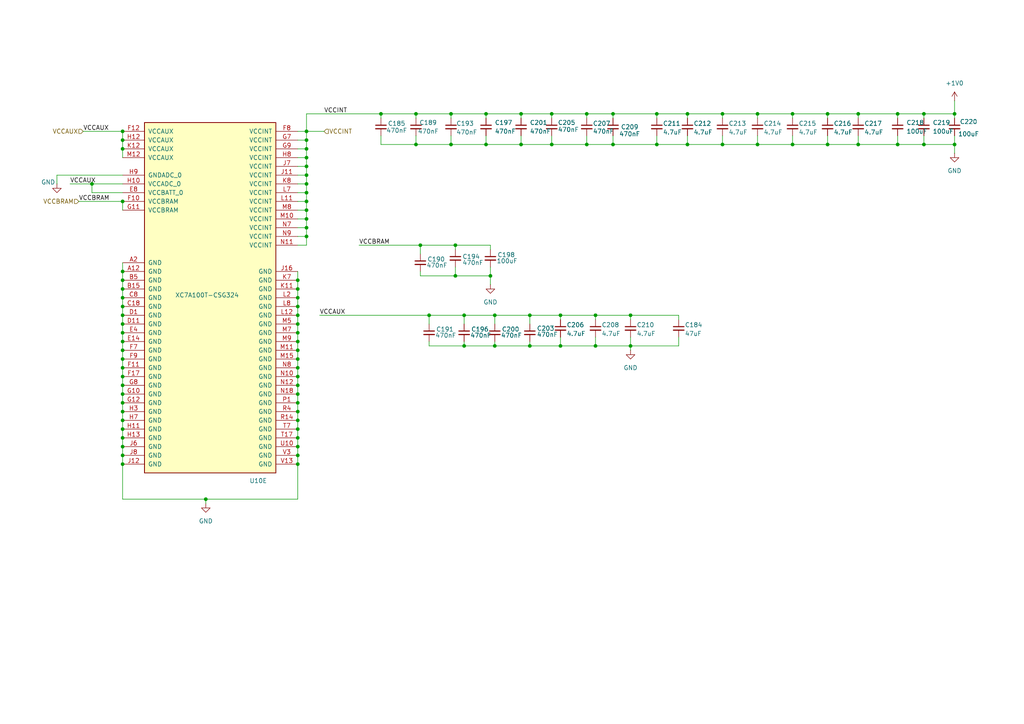
<source format=kicad_sch>
(kicad_sch (version 20231120) (generator "eeschema") (generator_version "8.0")
  (paper "A4")
  (title_block (title "RASBB") (date "2025-04-06") (rev "B") (company "Mina Daneshpajouh"))
  (lib_symbols
    (symbol "Device:C_Small" (pin_numbers hide) (pin_names (offset 0.254) hide)
      (property "Reference" "C" (at 0.254 1.778 0))
      (property "Value" "C_Small" (at 0.254 -2.032 0))
      (symbol "C_Small_1_1"
        (pin passive line (at 0 2.54 270) (length 2.032) (name "~") (number "1"))
        (pin passive line (at 0 -2.54 90) (length 2.032) (name "~") (number "2"))
      )
    )
    (symbol "FPGA_Xilinx_Artix7:XC7A100T-CSG324" (pin_names (offset 1.016))
      (property "Reference" "U1" (at 40.894 -78.232 0))
      (property "Value" "XC7A100T-CSG324" (at 8.382 0.762 0))
      (symbol "XC7A100T-CSG324_1_1"
        (pin bidirectional line (at 50.8 33.02 180) (length 6.35) (name "IO_L4N_T0_15") (number "A11"))
        (pin bidirectional line (at 50.8 10.16 180) (length 6.35) (name "IO_L9P_T1_DQS_AD3P_15") (number "A13"))
        (pin bidirectional line (at 50.8 7.62 180) (length 6.35) (name "IO_L9N_T1_DQS_AD3N_15") (number "A14"))
        (pin bidirectional line (at 50.8 15.24 180) (length 6.35) (name "IO_L8P_T1_AD10P_15") (number "A15"))
        (pin bidirectional line (at 50.8 12.7 180) (length 6.35) (name "IO_L8N_T1_AD10N_15") (number "A16"))
        (pin power_in line (at 27.94 73.66 270) (length 6.35) (name "VCCO_15") (number "A17"))
        (pin bidirectional line (at 50.8 2.54 180) (length 6.35) (name "IO_L10N_T1_AD11N_15") (number "A18"))
        (pin bidirectional line (at 50.8 35.56 180) (length 6.35) (name "IO_L4P_T0_15") (number "B11"))
        (pin bidirectional line (at 50.8 38.1 180) (length 6.35) (name "IO_L3N_T0_DQS_AD1N_15") (number "B12"))
        (pin bidirectional line (at 50.8 45.72 180) (length 6.35) (name "IO_L2P_T0_AD8P_15") (number "B13"))
        (pin bidirectional line (at 50.8 43.18 180) (length 6.35) (name "IO_L2N_T0_AD8N_15") (number "B14"))
        (pin bidirectional line (at 50.8 20.32 180) (length 6.35) (name "IO_L7P_T1_AD2P_15") (number "B16"))
        (pin bidirectional line (at 50.8 17.78 180) (length 6.35) (name "IO_L7N_T1_AD2N_15") (number "B17"))
        (pin bidirectional line (at 50.8 5.08 180) (length 6.35) (name "IO_L10P_T1_AD11P_15") (number "B18"))
        (pin bidirectional line (at 50.8 40.64 180) (length 6.35) (name "IO_L3P_T0_DQS_AD1P_15") (number "C12"))
        (pin power_in line (at 30.48 73.66 270) (length 6.35) (name "VCCO_15") (number "C13"))
        (pin bidirectional line (at 50.8 48.26 180) (length 6.35) (name "IO_L1N_T0_AD0N_15") (number "C14"))
        (pin bidirectional line (at 50.8 -7.62 180) (length 6.35) (name "IO_L12N_T1_MRCC_15") (number "C15"))
        (pin bidirectional line (at 50.8 -45.72 180) (length 6.35) (name "IO_L20P_T3_A20_15") (number "C16"))
        (pin bidirectional line (at 50.8 -48.26 180) (length 6.35) (name "IO_L20N_T3_A19_15") (number "C17"))
        (pin bidirectional line (at 50.8 25.4 180) (length 6.35) (name "IO_L6P_T0_15") (number "D12"))
        (pin bidirectional line (at 50.8 22.86 180) (length 6.35) (name "IO_L6N_T0_VREF_15") (number "D13"))
        (pin bidirectional line (at 50.8 50.8 180) (length 6.35) (name "IO_L1P_T0_AD0P_15") (number "D14"))
        (pin bidirectional line (at 50.8 -5.08 180) (length 6.35) (name "IO_L12P_T1_MRCC_15") (number "D15"))
        (pin power_in line (at 33.02 73.66 270) (length 6.35) (name "VCCO_15") (number "D16"))
        (pin bidirectional line (at 50.8 -27.94 180) (length 6.35) (name "IO_L16N_T2_A27_15") (number "D17"))
        (pin bidirectional line (at 50.8 -53.34 180) (length 6.35) (name "IO_L21N_T3_DQS_A18_15") (number "D18"))
        (pin bidirectional line (at 50.8 0 180) (length 6.35) (name "IO_L11P_T1_SRCC_15") (number "E15"))
        (pin bidirectional line (at 50.8 -2.54 180) (length 6.35) (name "IO_L11N_T1_SRCC_15") (number "E16"))
        (pin bidirectional line (at 50.8 -25.4 180) (length 6.35) (name "IO_L16P_T2_A28_15") (number "E17"))
        (pin bidirectional line (at 50.8 -50.8 180) (length 6.35) (name "IO_L21P_T3_DQS_15") (number "E18"))
        (pin bidirectional line (at 50.8 30.48 180) (length 6.35) (name "IO_L5P_T0_AD9P_15") (number "F13"))
        (pin bidirectional line (at 50.8 27.94 180) (length 6.35) (name "IO_L5N_T0_AD9N_15") (number "F14"))
        (pin bidirectional line (at 50.8 -15.24 180) (length 6.35) (name "IO_L14P_T2_SRCC_15") (number "F15"))
        (pin bidirectional line (at 50.8 -17.78 180) (length 6.35) (name "IO_L14N_T2_SRCC_15") (number "F16"))
        (pin bidirectional line (at 50.8 -58.42 180) (length 6.35) (name "IO_L22N_T3_A16_15") (number "F18"))
        (pin bidirectional line (at 50.8 53.34 180) (length 6.35) (name "IO_0_15") (number "G13"))
        (pin bidirectional line (at 50.8 -22.86 180) (length 6.35) (name "IO_L15N_T2_DQS_ADV_B_15") (number "G14"))
        (pin power_in line (at 35.56 73.66 270) (length 6.35) (name "VCCO_15") (number "G15"))
        (pin bidirectional line (at 50.8 -12.7 180) (length 6.35) (name "IO_L13N_T2_MRCC_15") (number "G16"))
        (pin bidirectional line (at 50.8 -38.1 180) (length 6.35) (name "IO_L18N_T2_A23_15") (number "G17"))
        (pin bidirectional line (at 50.8 -55.88 180) (length 6.35) (name "IO_L22P_T3_A17_15") (number "G18"))
        (pin bidirectional line (at 50.8 -20.32 180) (length 6.35) (name "IO_L15P_T2_DQS_15") (number "H14"))
        (pin bidirectional line (at 50.8 -43.18 180) (length 6.35) (name "IO_L19N_T3_A21_VREF_15") (number "H15"))
        (pin bidirectional line (at 50.8 -10.16 180) (length 6.35) (name "IO_L13P_T2_MRCC_15") (number "H16"))
        (pin bidirectional line (at 50.8 -35.56 180) (length 6.35) (name "IO_L18P_T2_A24_15") (number "H17"))
        (pin power_in line (at 38.1 73.66 270) (length 6.35) (name "VCCO_15") (number "H18"))
        (pin bidirectional line (at 50.8 -33.02 180) (length 6.35) (name "IO_L17N_T2_A25_15") (number "J13"))
        (pin bidirectional line (at 50.8 -40.64 180) (length 6.35) (name "IO_L19P_T3_A22_15") (number "J14"))
        (pin bidirectional line (at 50.8 -68.58 180) (length 6.35) (name "IO_L24N_T3_RS0_15") (number "J15"))
        (pin bidirectional line (at 50.8 -60.96 180) (length 6.35) (name "IO_L23P_T3_FOE_B_15") (number "J17"))
        (pin bidirectional line (at 50.8 -63.5 180) (length 6.35) (name "IO_L23N_T3_FWE_B_15") (number "J18"))
        (pin bidirectional line (at 50.8 -30.48 180) (length 6.35) (name "IO_L17P_T2_A26_15") (number "K13"))
        (pin power_in line (at 40.64 73.66 270) (length 6.35) (name "VCCO_15") (number "K14"))
        (pin bidirectional line (at 50.8 -66.04 180) (length 6.35) (name "IO_L24P_T3_RS1_15") (number "K15"))
        (pin bidirectional line (at 50.8 -71.12 180) (length 6.35) (name "IO_25_15") (number "K16"))
        (pin bidirectional line (at -50.8 50.8 0) (length 6.35) (name "IO_L1P_T0_D00_MOSI_14") (number "K17"))
        (pin bidirectional line (at -50.8 48.26 0) (length 6.35) (name "IO_L1N_T0_D01_DIN_14") (number "K18"))
        (pin bidirectional line (at -50.8 25.4 0) (length 6.35) (name "IO_L6P_T0_FCS_B_14") (number "L13"))
        (pin bidirectional line (at -50.8 45.72 0) (length 6.35) (name "IO_L2P_T0_D02_14") (number "L14"))
        (pin bidirectional line (at -50.8 40.64 0) (length 6.35) (name "IO_L3P_T0_DQS_PUDC_B_14") (number "L15"))
        (pin bidirectional line (at -50.8 38.1 0) (length 6.35) (name "IO_L3N_T0_DQS_EMCCLK_14") (number "L16"))
        (pin power_in line (at -40.64 73.66 270) (length 6.35) (name "VCCO_14") (number "L17"))
        (pin bidirectional line (at -50.8 35.56 0) (length 6.35) (name "IO_L4P_T0_D04_14") (number "L18"))
        (pin bidirectional line (at -50.8 22.86 0) (length 6.35) (name "IO_L6N_T0_D08_VREF_14") (number "M13"))
        (pin bidirectional line (at -50.8 43.18 0) (length 6.35) (name "IO_L2N_T0_D03_14") (number "M14"))
        (pin bidirectional line (at -50.8 5.08 0) (length 6.35) (name "IO_L10P_T1_D14_14") (number "M16"))
        (pin bidirectional line (at -50.8 2.54 0) (length 6.35) (name "IO_L10N_T1_D15_14") (number "M17"))
        (pin bidirectional line (at -50.8 33.02 0) (length 6.35) (name "IO_L4N_T0_D05_14") (number "M18"))
        (pin power_in line (at -38.1 73.66 270) (length 6.35) (name "VCCO_14") (number "N13"))
        (pin bidirectional line (at -50.8 15.24 0) (length 6.35) (name "IO_L8P_T1_D11_14") (number "N14"))
        (pin bidirectional line (at -50.8 0 0) (length 6.35) (name "IO_L11P_T1_SRCC_14") (number "N15"))
        (pin bidirectional line (at -50.8 -2.54 0) (length 6.35) (name "IO_L11N_T1_SRCC_14") (number "N16"))
        (pin bidirectional line (at -50.8 10.16 0) (length 6.35) (name "IO_L9P_T1_DQS_14") (number "N17"))
        (pin bidirectional line (at -50.8 12.7 0) (length 6.35) (name "IO_L8N_T1_D12_14") (number "P14"))
        (pin bidirectional line (at -50.8 -10.16 0) (length 6.35) (name "IO_L13P_T2_MRCC_14") (number "P15"))
        (pin power_in line (at -35.56 73.66 270) (length 6.35) (name "VCCO_14") (number "P16"))
        (pin bidirectional line (at -50.8 -5.08 0) (length 6.35) (name "IO_L12P_T1_MRCC_14") (number "P17"))
        (pin bidirectional line (at -50.8 7.62 0) (length 6.35) (name "IO_L9N_T1_DQS_D13_14") (number "P18"))
        (pin bidirectional line (at -50.8 -71.12 0) (length 6.35) (name "IO_25_14") (number "R10"))
        (pin bidirectional line (at -50.8 53.34 0) (length 6.35) (name "IO_0_14") (number "R11"))
        (pin bidirectional line (at -50.8 30.48 0) (length 6.35) (name "IO_L5P_T0_D06_14") (number "R12"))
        (pin bidirectional line (at -50.8 27.94 0) (length 6.35) (name "IO_L5N_T0_D07_14") (number "R13"))
        (pin bidirectional line (at -50.8 -12.7 0) (length 6.35) (name "IO_L13N_T2_MRCC_14") (number "R15"))
        (pin bidirectional line (at -50.8 -20.32 0) (length 6.35) (name "IO_L15P_T2_DQS_RDWR_B_14") (number "R16"))
        (pin bidirectional line (at -50.8 -7.62 0) (length 6.35) (name "IO_L12N_T1_MRCC_14") (number "R17"))
        (pin bidirectional line (at -50.8 20.32 0) (length 6.35) (name "IO_L7P_T1_D09_14") (number "R18"))
        (pin bidirectional line (at -50.8 -68.58 0) (length 6.35) (name "IO_L24N_T3_A00_D16_14") (number "T10"))
        (pin bidirectional line (at -50.8 -40.64 0) (length 6.35) (name "IO_L19P_T3_A10_D26_14") (number "T11"))
        (pin power_in line (at -33.02 73.66 270) (length 6.35) (name "VCCO_14") (number "T12"))
        (pin bidirectional line (at -50.8 -60.96 0) (length 6.35) (name "IO_L23P_T3_A03_D19_14") (number "T13"))
        (pin bidirectional line (at -50.8 -15.24 0) (length 6.35) (name "IO_L14P_T2_SRCC_14") (number "T14"))
        (pin bidirectional line (at -50.8 -17.78 0) (length 6.35) (name "IO_L14N_T2_SRCC_14") (number "T15"))
        (pin bidirectional line (at -50.8 -22.86 0) (length 6.35) (name "IO_L15N_T2_DQS_DOUT_CSO_B_14") (number "T16"))
        (pin bidirectional line (at -50.8 17.78 0) (length 6.35) (name "IO_L7N_T1_D10_14") (number "T18"))
        (pin bidirectional line (at -50.8 -66.04 0) (length 6.35) (name "IO_L24P_T3_A01_D17_14") (number "T9"))
        (pin bidirectional line (at -50.8 -43.18 0) (length 6.35) (name "IO_L19N_T3_A09_D25_VREF_14") (number "U11"))
        (pin bidirectional line (at -50.8 -45.72 0) (length 6.35) (name "IO_L20P_T3_A08_D24_14") (number "U12"))
        (pin bidirectional line (at -50.8 -63.5 0) (length 6.35) (name "IO_L23N_T3_A02_D18_14") (number "U13"))
        (pin bidirectional line (at -50.8 -55.88 0) (length 6.35) (name "IO_L22P_T3_A05_D21_14") (number "U14"))
        (pin power_in line (at -30.48 73.66 270) (length 6.35) (name "VCCO_14") (number "U15"))
        (pin bidirectional line (at -50.8 -35.56 0) (length 6.35) (name "IO_L18P_T2_A12_D28_14") (number "U16"))
        (pin bidirectional line (at -50.8 -30.48 0) (length 6.35) (name "IO_L17P_T2_A14_D30_14") (number "U17"))
        (pin bidirectional line (at -50.8 -33.02 0) (length 6.35) (name "IO_L17N_T2_A13_D29_14") (number "U18"))
        (pin bidirectional line (at -50.8 -50.8 0) (length 6.35) (name "IO_L21P_T3_DQS_14") (number "V10"))
        (pin bidirectional line (at -50.8 -53.34 0) (length 6.35) (name "IO_L21N_T3_DQS_A06_D22_14") (number "V11"))
        (pin bidirectional line (at -50.8 -48.26 0) (length 6.35) (name "IO_L20N_T3_A07_D23_14") (number "V12"))
        (pin bidirectional line (at -50.8 -58.42 0) (length 6.35) (name "IO_L22N_T3_A04_D20_14") (number "V14"))
        (pin bidirectional line (at -50.8 -25.4 0) (length 6.35) (name "IO_L16P_T2_CSI_B_14") (number "V15"))
        (pin bidirectional line (at -50.8 -27.94 0) (length 6.35) (name "IO_L16N_T2_A15_D31_14") (number "V16"))
        (pin bidirectional line (at -50.8 -38.1 0) (length 6.35) (name "IO_L18N_T2_A11_D27_14") (number "V17"))
        (pin power_in line (at -27.94 73.66 270) (length 6.35) (name "VCCO_14") (number "V18"))
      )
      (symbol "XC7A100T-CSG324_2_1"
        (pin bidirectional line (at -50.8 35.56 0) (length 6.35) (name "IO_L14P_T2_SRCC_16") (number "A10"))
        (pin bidirectional line (at -50.8 43.18 0) (length 6.35) (name "IO_L12N_T1_MRCC_16") (number "A8"))
        (pin bidirectional line (at -50.8 33.02 0) (length 6.35) (name "IO_L14N_T2_SRCC_16") (number "A9"))
        (pin power_in line (at -40.64 73.66 270) (length 6.35) (name "VCCO_16") (number "B10"))
        (pin bidirectional line (at -50.8 45.72 0) (length 6.35) (name "IO_L12P_T1_MRCC_16") (number "B8"))
        (pin bidirectional line (at -50.8 48.26 0) (length 6.35) (name "IO_L11N_T1_SRCC_16") (number "B9"))
        (pin bidirectional line (at -50.8 38.1 0) (length 6.35) (name "IO_L13N_T2_MRCC_16") (number "C10"))
        (pin bidirectional line (at -50.8 40.64 0) (length 6.35) (name "IO_L13P_T2_MRCC_16") (number "C11"))
        (pin bidirectional line (at -50.8 50.8 0) (length 6.35) (name "IO_L11P_T1_SRCC_16") (number "C9"))
        (pin bidirectional line (at -50.8 30.48 0) (length 6.35) (name "IO_L19N_T3_VREF_16") (number "D10"))
        (pin bidirectional line (at -50.8 53.34 0) (length 6.35) (name "IO_L6N_T0_VREF_16") (number "D9"))
        (pin bidirectional line (at 50.8 45.72 180) (length 6.35) (name "IO_L2P_T0_34") (number "K3"))
        (pin power_in line (at 27.94 73.66 270) (length 6.35) (name "VCCO_34") (number "K4"))
        (pin bidirectional line (at 50.8 30.48 180) (length 6.35) (name "IO_L5P_T0_34") (number "K5"))
        (pin bidirectional line (at 50.8 53.34 180) (length 6.35) (name "IO_0_34") (number "K6"))
        (pin bidirectional line (at 50.8 50.8 180) (length 6.35) (name "IO_L1P_T0_34") (number "L1"))
        (pin bidirectional line (at 50.8 43.18 180) (length 6.35) (name "IO_L2N_T0_34") (number "L3"))
        (pin bidirectional line (at 50.8 27.94 180) (length 6.35) (name "IO_L5N_T0_34") (number "L4"))
        (pin bidirectional line (at 50.8 22.86 180) (length 6.35) (name "IO_L6N_T0_VREF_34") (number "L5"))
        (pin bidirectional line (at 50.8 25.4 180) (length 6.35) (name "IO_L6P_T0_34") (number "L6"))
        (pin bidirectional line (at 50.8 48.26 180) (length 6.35) (name "IO_L1N_T0_34") (number "M1"))
        (pin bidirectional line (at 50.8 33.02 180) (length 6.35) (name "IO_L4N_T0_34") (number "M2"))
        (pin bidirectional line (at 50.8 35.56 180) (length 6.35) (name "IO_L4P_T0_34") (number "M3"))
        (pin bidirectional line (at 50.8 -25.4 180) (length 6.35) (name "IO_L16P_T2_34") (number "M4"))
        (pin bidirectional line (at 50.8 -35.56 180) (length 6.35) (name "IO_L18P_T2_34") (number "M6"))
        (pin bidirectional line (at 50.8 38.1 180) (length 6.35) (name "IO_L3N_T0_DQS_34") (number "N1"))
        (pin bidirectional line (at 50.8 40.64 180) (length 6.35) (name "IO_L3P_T0_DQS_34") (number "N2"))
        (pin power_in line (at 30.48 73.66 270) (length 6.35) (name "VCCO_34") (number "N3"))
        (pin bidirectional line (at 50.8 -27.94 180) (length 6.35) (name "IO_L16N_T2_34") (number "N4"))
        (pin bidirectional line (at 50.8 -10.16 180) (length 6.35) (name "IO_L13P_T2_MRCC_34") (number "N5"))
        (pin bidirectional line (at 50.8 -38.1 180) (length 6.35) (name "IO_L18N_T2_34") (number "N6"))
        (pin bidirectional line (at 50.8 -20.32 180) (length 6.35) (name "IO_L15P_T2_DQS_34") (number "P2"))
        (pin bidirectional line (at 50.8 -17.78 180) (length 6.35) (name "IO_L14N_T2_SRCC_34") (number "P3"))
        (pin bidirectional line (at 50.8 -15.24 180) (length 6.35) (name "IO_L14P_T2_SRCC_34") (number "P4"))
        (pin bidirectional line (at 50.8 -12.7 180) (length 6.35) (name "IO_L13N_T2_MRCC_34") (number "P5"))
        (pin power_in line (at 33.02 73.66 270) (length 6.35) (name "VCCO_34") (number "P6"))
        (pin bidirectional line (at 50.8 -30.48 180) (length 6.35) (name "IO_L17P_T2_34") (number "R1"))
        (pin bidirectional line (at 50.8 -22.86 180) (length 6.35) (name "IO_L15N_T2_DQS_34") (number "R2"))
        (pin bidirectional line (at 50.8 0 180) (length 6.35) (name "IO_L11P_T1_SRCC_34") (number "R3"))
        (pin bidirectional line (at 50.8 -43.18 180) (length 6.35) (name "IO_L19N_T3_VREF_34") (number "R5"))
        (pin bidirectional line (at 50.8 -40.64 180) (length 6.35) (name "IO_L19P_T3_34") (number "R6"))
        (pin bidirectional line (at 50.8 -60.96 180) (length 6.35) (name "IO_L23P_T3_34") (number "R7"))
        (pin bidirectional line (at 50.8 -66.04 180) (length 6.35) (name "IO_L24P_T3_34") (number "R8"))
        (pin bidirectional line (at 50.8 -33.02 180) (length 6.35) (name "IO_L17N_T2_34") (number "T1"))
        (pin power_in line (at 35.56 73.66 270) (length 6.35) (name "VCCO_34") (number "T2"))
        (pin bidirectional line (at 50.8 -2.54 180) (length 6.35) (name "IO_L11N_T1_SRCC_34") (number "T3"))
        (pin bidirectional line (at 50.8 -7.62 180) (length 6.35) (name "IO_L12N_T1_MRCC_34") (number "T4"))
        (pin bidirectional line (at 50.8 -5.08 180) (length 6.35) (name "IO_L12P_T1_MRCC_34") (number "T5"))
        (pin bidirectional line (at 50.8 -63.5 180) (length 6.35) (name "IO_L23N_T3_34") (number "T6"))
        (pin bidirectional line (at 50.8 -68.58 180) (length 6.35) (name "IO_L24N_T3_34") (number "T8"))
        (pin bidirectional line (at 50.8 20.32 180) (length 6.35) (name "IO_L7P_T1_34") (number "U1"))
        (pin bidirectional line (at 50.8 10.16 180) (length 6.35) (name "IO_L9P_T1_DQS_34") (number "U2"))
        (pin bidirectional line (at 50.8 12.7 180) (length 6.35) (name "IO_L8N_T1_34") (number "U3"))
        (pin bidirectional line (at 50.8 15.24 180) (length 6.35) (name "IO_L8P_T1_34") (number "U4"))
        (pin power_in line (at 38.1 73.66 270) (length 6.35) (name "VCCO_34") (number "U5"))
        (pin bidirectional line (at 50.8 -58.42 180) (length 6.35) (name "IO_L22N_T3_34") (number "U6"))
        (pin bidirectional line (at 50.8 -55.88 180) (length 6.35) (name "IO_L22P_T3_34") (number "U7"))
        (pin bidirectional line (at 50.8 -71.12 180) (length 6.35) (name "IO_25_34") (number "U8"))
        (pin bidirectional line (at 50.8 -50.8 180) (length 6.35) (name "IO_L21P_T3_DQS_34") (number "U9"))
        (pin bidirectional line (at 50.8 17.78 180) (length 6.35) (name "IO_L7N_T1_34") (number "V1"))
        (pin bidirectional line (at 50.8 7.62 180) (length 6.35) (name "IO_L9N_T1_DQS_34") (number "V2"))
        (pin bidirectional line (at 50.8 2.54 180) (length 6.35) (name "IO_L10N_T1_34") (number "V4"))
        (pin bidirectional line (at 50.8 5.08 180) (length 6.35) (name "IO_L10P_T1_34") (number "V5"))
        (pin bidirectional line (at 50.8 -48.26 180) (length 6.35) (name "IO_L20N_T3_34") (number "V6"))
        (pin bidirectional line (at 50.8 -45.72 180) (length 6.35) (name "IO_L20P_T3_34") (number "V7"))
        (pin power_in line (at 40.64 73.66 270) (length 6.35) (name "VCCO_34") (number "V8"))
        (pin bidirectional line (at 50.8 -53.34 180) (length 6.35) (name "IO_L21N_T3_DQS_34") (number "V9"))
      )
      (symbol "XC7A100T-CSG324_3_1"
        (pin bidirectional line (at -50.8 7.62 0) (length 6.35) (name "IO_L9N_T1_DQS_AD7N_35") (number "A1"))
        (pin bidirectional line (at -50.8 12.7 0) (length 6.35) (name "IO_L8N_T1_AD14N_35") (number "A3"))
        (pin bidirectional line (at -50.8 15.24 0) (length 6.35) (name "IO_L8P_T1_AD14P_35") (number "A4"))
        (pin bidirectional line (at -50.8 38.1 0) (length 6.35) (name "IO_L3N_T0_DQS_AD5N_35") (number "A5"))
        (pin bidirectional line (at -50.8 40.64 0) (length 6.35) (name "IO_L3P_T0_DQS_AD5P_35") (number "A6"))
        (pin power_in line (at -40.64 73.66 270) (length 6.35) (name "VCCO_35") (number "A7"))
        (pin bidirectional line (at -50.8 10.16 0) (length 6.35) (name "IO_L9P_T1_DQS_AD7P_35") (number "B1"))
        (pin bidirectional line (at -50.8 2.54 0) (length 6.35) (name "IO_L10N_T1_AD15N_35") (number "B2"))
        (pin bidirectional line (at -50.8 5.08 0) (length 6.35) (name "IO_L10P_T1_AD15P_35") (number "B3"))
        (pin bidirectional line (at -50.8 17.78 0) (length 6.35) (name "IO_L7N_T1_AD6N_35") (number "B4"))
        (pin bidirectional line (at -50.8 43.18 0) (length 6.35) (name "IO_L2N_T0_AD12N_35") (number "B6"))
        (pin bidirectional line (at -50.8 45.72 0) (length 6.35) (name "IO_L2P_T0_AD12P_35") (number "B7"))
        (pin bidirectional line (at -50.8 -27.94 0) (length 6.35) (name "IO_L16N_T2_35") (number "C1"))
        (pin bidirectional line (at -50.8 -25.4 0) (length 6.35) (name "IO_L16P_T2_35") (number "C2"))
        (pin power_in line (at -38.1 73.66 270) (length 6.35) (name "VCCO_35") (number "C3"))
        (pin bidirectional line (at -50.8 20.32 0) (length 6.35) (name "IO_L7P_T1_AD6P_35") (number "C4"))
        (pin bidirectional line (at -50.8 48.26 0) (length 6.35) (name "IO_L1N_T0_AD4N_35") (number "C5"))
        (pin bidirectional line (at -50.8 50.8 0) (length 6.35) (name "IO_L1P_T0_AD4P_35") (number "C6"))
        (pin bidirectional line (at -50.8 33.02 0) (length 6.35) (name "IO_L4N_T0_35") (number "C7"))
        (pin bidirectional line (at -50.8 -17.78 0) (length 6.35) (name "IO_L14N_T2_SRCC_35") (number "D2"))
        (pin bidirectional line (at -50.8 -7.62 0) (length 6.35) (name "IO_L12N_T1_MRCC_35") (number "D3"))
        (pin bidirectional line (at -50.8 -2.54 0) (length 6.35) (name "IO_L11N_T1_SRCC_35") (number "D4"))
        (pin bidirectional line (at -50.8 0 0) (length 6.35) (name "IO_L11P_T1_SRCC_35") (number "D5"))
        (pin power_in line (at -35.56 73.66 270) (length 6.35) (name "VCCO_35") (number "D6"))
        (pin bidirectional line (at -50.8 22.86 0) (length 6.35) (name "IO_L6N_T0_VREF_35") (number "D7"))
        (pin bidirectional line (at -50.8 35.56 0) (length 6.35) (name "IO_L4P_T0_35") (number "D8"))
        (pin bidirectional line (at -50.8 -38.1 0) (length 6.35) (name "IO_L18N_T2_35") (number "E1"))
        (pin bidirectional line (at -50.8 -15.24 0) (length 6.35) (name "IO_L14P_T2_SRCC_35") (number "E2"))
        (pin bidirectional line (at -50.8 -5.08 0) (length 6.35) (name "IO_L12P_T1_MRCC_35") (number "E3"))
        (pin bidirectional line (at -50.8 27.94 0) (length 6.35) (name "IO_L5N_T0_AD13N_35") (number "E5"))
        (pin bidirectional line (at -50.8 30.48 0) (length 6.35) (name "IO_L5P_T0_AD13P_35") (number "E6"))
        (pin bidirectional line (at -50.8 25.4 0) (length 6.35) (name "IO_L6P_T0_35") (number "E7"))
        (pin bidirectional line (at -50.8 -35.56 0) (length 6.35) (name "IO_L18P_T2_35") (number "F1"))
        (pin power_in line (at -33.02 73.66 270) (length 6.35) (name "VCCO_35") (number "F2"))
        (pin bidirectional line (at -50.8 -12.7 0) (length 6.35) (name "IO_L13N_T2_MRCC_35") (number "F3"))
        (pin bidirectional line (at -50.8 -10.16 0) (length 6.35) (name "IO_L13P_T2_MRCC_35") (number "F4"))
        (pin bidirectional line (at -50.8 53.34 0) (length 6.35) (name "IO_0_35") (number "F5"))
        (pin bidirectional line (at -50.8 -43.18 0) (length 6.35) (name "IO_L19N_T3_VREF_35") (number "F6"))
        (pin bidirectional line (at -50.8 -33.02 0) (length 6.35) (name "IO_L17N_T2_35") (number "G1"))
        (pin bidirectional line (at -50.8 -22.86 0) (length 6.35) (name "IO_L15N_T2_DQS_35") (number "G2"))
        (pin bidirectional line (at -50.8 -48.26 0) (length 6.35) (name "IO_L20N_T3_35") (number "G3"))
        (pin bidirectional line (at -50.8 -45.72 0) (length 6.35) (name "IO_L20P_T3_35") (number "G4"))
        (pin power_in line (at -30.48 73.66 270) (length 6.35) (name "VCCO_35") (number "G5"))
        (pin bidirectional line (at -50.8 -40.64 0) (length 6.35) (name "IO_L19P_T3_35") (number "G6"))
        (pin bidirectional line (at -50.8 -30.48 0) (length 6.35) (name "IO_L17P_T2_35") (number "H1"))
        (pin bidirectional line (at -50.8 -20.32 0) (length 6.35) (name "IO_L15P_T2_DQS_35") (number "H2"))
        (pin bidirectional line (at -50.8 -53.34 0) (length 6.35) (name "IO_L21N_T3_DQS_35") (number "H4"))
        (pin bidirectional line (at -50.8 -68.58 0) (length 6.35) (name "IO_L24N_T3_35") (number "H5"))
        (pin bidirectional line (at -50.8 -66.04 0) (length 6.35) (name "IO_L24P_T3_35") (number "H6"))
        (pin power_in line (at -27.94 73.66 270) (length 6.35) (name "VCCO_35") (number "J1"))
        (pin bidirectional line (at -50.8 -58.42 0) (length 6.35) (name "IO_L22N_T3_35") (number "J2"))
        (pin bidirectional line (at -50.8 -55.88 0) (length 6.35) (name "IO_L22P_T3_35") (number "J3"))
        (pin bidirectional line (at -50.8 -50.8 0) (length 6.35) (name "IO_L21P_T3_DQS_35") (number "J4"))
        (pin bidirectional line (at -50.8 -71.12 0) (length 6.35) (name "IO_25_35") (number "J5"))
        (pin bidirectional line (at -50.8 -63.5 0) (length 6.35) (name "IO_L23N_T3_35") (number "K1"))
        (pin bidirectional line (at -50.8 -60.96 0) (length 6.35) (name "IO_L23P_T3_35") (number "K2"))
      )
      (symbol "XC7A100T-CSG324_4_1"
        (pin input line (at 38.1 12.7 180) (length 6.35) (name "TCK_0") (number "E10"))
        (pin input line (at 38.1 20.32 180) (length 6.35) (name "TDI_0") (number "E11"))
        (pin input line (at 38.1 15.24 180) (length 6.35) (name "TMS_0") (number "E12"))
        (pin output line (at 38.1 17.78 180) (length 6.35) (name "TDO_0") (number "E13"))
        (pin bidirectional line (at 38.1 7.62 180) (length 6.35) (name "CCLK_0") (number "E9"))
        (pin bidirectional line (at 38.1 -20.32 180) (length 6.35) (name "VP_0") (number "J10"))
        (pin bidirectional line (at 38.1 -30.48 180) (length 6.35) (name "VREFN_0") (number "J9"))
        (pin bidirectional line (at 38.1 -27.94 180) (length 6.35) (name "VREFP_0") (number "K10"))
        (pin bidirectional line (at 38.1 -22.86 180) (length 6.35) (name "VN_0") (number "K9"))
        (pin bidirectional line (at 38.1 -35.56 180) (length 6.35) (name "DXP_0") (number "L10"))
        (pin bidirectional line (at 38.1 -38.1 180) (length 6.35) (name "DXN_0") (number "L9"))
        (pin bidirectional line (at 38.1 -5.08 180) (length 6.35) (name "DONE_0") (number "P10"))
        (pin bidirectional line (at 38.1 0 180) (length 6.35) (name "M2_0") (number "P11"))
        (pin bidirectional line (at 38.1 5.08 180) (length 6.35) (name "M0_0") (number "P12"))
        (pin bidirectional line (at 38.1 2.54 180) (length 6.35) (name "M1_0") (number "P13"))
        (pin bidirectional line (at 38.1 -7.62 180) (length 6.35) (name "INIT_B_0") (number "P7"))
        (pin bidirectional line (at 38.1 -15.24 180) (length 6.35) (name "CFGBVS_0") (number "P8"))
        (pin bidirectional line (at 38.1 -10.16 180) (length 6.35) (name "PROGRAM_B_0") (number "P9"))
        (pin power_in line (at 27.94 40.64 270) (length 6.35) (name "VCCO_0") (number "R9"))
      )
      (symbol "XC7A100T-CSG324_5_1"
        (pin power_in line (at -25.4 7.62 0) (length 6.35) (name "GND") (number "A12"))
        (pin power_in line (at -25.4 10.16 0) (length 6.35) (name "GND") (number "A2"))
        (pin power_in line (at -25.4 2.54 0) (length 6.35) (name "GND") (number "B15"))
        (pin power_in line (at -25.4 5.08 0) (length 6.35) (name "GND") (number "B5"))
        (pin power_in line (at -25.4 -2.54 0) (length 6.35) (name "GND") (number "C18"))
        (pin power_in line (at -25.4 0 0) (length 6.35) (name "GND") (number "C8"))
        (pin power_in line (at -25.4 -5.08 0) (length 6.35) (name "GND") (number "D1"))
        (pin power_in line (at -25.4 -7.62 0) (length 6.35) (name "GND") (number "D11"))
        (pin power_in line (at -25.4 -12.7 0) (length 6.35) (name "GND") (number "E14"))
        (pin power_in line (at -25.4 -10.16 0) (length 6.35) (name "GND") (number "E4"))
        (pin power_in line (at -25.4 30.48 0) (length 6.35) (name "VCCBATT_0") (number "E8"))
        (pin power_in line (at -25.4 27.94 0) (length 6.35) (name "VCCBRAM") (number "F10"))
        (pin power_in line (at -25.4 -20.32 0) (length 6.35) (name "GND") (number "F11"))
        (pin power_in line (at -25.4 48.26 0) (length 6.35) (name "VCCAUX") (number "F12"))
        (pin power_in line (at -25.4 -22.86 0) (length 6.35) (name "GND") (number "F17"))
        (pin power_in line (at -25.4 -15.24 0) (length 6.35) (name "GND") (number "F7"))
        (pin power_in line (at 25.4 48.26 180) (length 6.35) (name "VCCINT") (number "F8"))
        (pin power_in line (at -25.4 -17.78 0) (length 6.35) (name "GND") (number "F9"))
        (pin power_in line (at -25.4 -27.94 0) (length 6.35) (name "GND") (number "G10"))
        (pin power_in line (at -25.4 25.4 0) (length 6.35) (name "VCCBRAM") (number "G11"))
        (pin power_in line (at -25.4 -30.48 0) (length 6.35) (name "GND") (number "G12"))
        (pin power_in line (at 25.4 45.72 180) (length 6.35) (name "VCCINT") (number "G7"))
        (pin power_in line (at -25.4 -25.4 0) (length 6.35) (name "GND") (number "G8"))
        (pin power_in line (at 25.4 43.18 180) (length 6.35) (name "VCCINT") (number "G9"))
        (pin power_in line (at -25.4 33.02 0) (length 6.35) (name "VCCADC_0") (number "H10"))
        (pin power_in line (at -25.4 -38.1 0) (length 6.35) (name "GND") (number "H11"))
        (pin power_in line (at -25.4 45.72 0) (length 6.35) (name "VCCAUX") (number "H12"))
        (pin power_in line (at -25.4 -40.64 0) (length 6.35) (name "GND") (number "H13"))
        (pin power_in line (at -25.4 -33.02 0) (length 6.35) (name "GND") (number "H3"))
        (pin power_in line (at -25.4 -35.56 0) (length 6.35) (name "GND") (number "H7"))
        (pin power_in line (at 25.4 40.64 180) (length 6.35) (name "VCCINT") (number "H8"))
        (pin power_in line (at -25.4 35.56 0) (length 6.35) (name "GNDADC_0") (number "H9"))
        (pin power_in line (at 25.4 35.56 180) (length 6.35) (name "VCCINT") (number "J11"))
        (pin power_in line (at -25.4 -48.26 0) (length 6.35) (name "GND") (number "J12"))
        (pin power_in line (at 25.4 7.62 180) (length 6.35) (name "GND") (number "J16"))
        (pin power_in line (at -25.4 -43.18 0) (length 6.35) (name "GND") (number "J6"))
        (pin power_in line (at 25.4 38.1 180) (length 6.35) (name "VCCINT") (number "J7"))
        (pin power_in line (at -25.4 -45.72 0) (length 6.35) (name "GND") (number "J8"))
        (pin power_in line (at 25.4 2.54 180) (length 6.35) (name "GND") (number "K11"))
        (pin power_in line (at -25.4 43.18 0) (length 6.35) (name "VCCAUX") (number "K12"))
        (pin power_in line (at 25.4 5.08 180) (length 6.35) (name "GND") (number "K7"))
        (pin power_in line (at 25.4 33.02 180) (length 6.35) (name "VCCINT") (number "K8"))
        (pin power_in line (at 25.4 27.94 180) (length 6.35) (name "VCCINT") (number "L11"))
        (pin power_in line (at 25.4 -5.08 180) (length 6.35) (name "GND") (number "L12"))
        (pin power_in line (at 25.4 0 180) (length 6.35) (name "GND") (number "L2"))
        (pin power_in line (at 25.4 30.48 180) (length 6.35) (name "VCCINT") (number "L7"))
        (pin power_in line (at 25.4 -2.54 180) (length 6.35) (name "GND") (number "L8"))
        (pin power_in line (at 25.4 22.86 180) (length 6.35) (name "VCCINT") (number "M10"))
        (pin power_in line (at 25.4 -15.24 180) (length 6.35) (name "GND") (number "M11"))
        (pin power_in line (at -25.4 40.64 0) (length 6.35) (name "VCCAUX") (number "M12"))
        (pin power_in line (at 25.4 -17.78 180) (length 6.35) (name "GND") (number "M15"))
        (pin power_in line (at 25.4 -7.62 180) (length 6.35) (name "GND") (number "M5"))
        (pin power_in line (at 25.4 -10.16 180) (length 6.35) (name "GND") (number "M7"))
        (pin power_in line (at 25.4 25.4 180) (length 6.35) (name "VCCINT") (number "M8"))
        (pin power_in line (at 25.4 -12.7 180) (length 6.35) (name "GND") (number "M9"))
        (pin power_in line (at 25.4 -22.86 180) (length 6.35) (name "GND") (number "N10"))
        (pin power_in line (at 25.4 15.24 180) (length 6.35) (name "VCCINT") (number "N11"))
        (pin power_in line (at 25.4 -25.4 180) (length 6.35) (name "GND") (number "N12"))
        (pin power_in line (at 25.4 -27.94 180) (length 6.35) (name "GND") (number "N18"))
        (pin power_in line (at 25.4 20.32 180) (length 6.35) (name "VCCINT") (number "N7"))
        (pin power_in line (at 25.4 -20.32 180) (length 6.35) (name "GND") (number "N8"))
        (pin power_in line (at 25.4 17.78 180) (length 6.35) (name "VCCINT") (number "N9"))
        (pin power_in line (at 25.4 -30.48 180) (length 6.35) (name "GND") (number "P1"))
        (pin power_in line (at 25.4 -35.56 180) (length 6.35) (name "GND") (number "R14"))
        (pin power_in line (at 25.4 -33.02 180) (length 6.35) (name "GND") (number "R4"))
        (pin power_in line (at 25.4 -40.64 180) (length 6.35) (name "GND") (number "T17"))
        (pin power_in line (at 25.4 -38.1 180) (length 6.35) (name "GND") (number "T7"))
        (pin power_in line (at 25.4 -43.18 180) (length 6.35) (name "GND") (number "U10"))
        (pin power_in line (at 25.4 -48.26 180) (length 6.35) (name "GND") (number "V13"))
        (pin power_in line (at 25.4 -45.72 180) (length 6.35) (name "GND") (number "V3"))
      )
    )
    (symbol "power:+1V0" (power) (pin_numbers hide) (pin_names (offset 0) hide)
      (property "Value" "+1V0" (at 0 3.556 0))
      (symbol "+1V0_1_1"
        (pin power_in line (at 0 0 90) (length 0) (name "~") (number "1"))
      )
    )
    (symbol "power:GND" (power) (pin_numbers hide) (pin_names (offset 0) hide)
      (property "Value" "GND" (at 0 -3.81 0))
      (symbol "GND_1_1"
        (pin power_in line (at 0 0 270) (length 0) (name "~") (number "1"))
      )
    )
  )
  (junction (at 110.49 33.02))
  (junction (at 219.71 33.02))
  (junction (at 182.88 91.44))
  (junction (at 88.9 43.18))
  (junction (at 35.56 86.36))
  (junction (at 35.56 93.98))
  (junction (at 35.56 134.62))
  (junction (at 153.67 100.33))
  (junction (at 248.92 33.02))
  (junction (at 177.8 41.91))
  (junction (at 86.36 127))
  (junction (at 88.9 45.72))
  (junction (at 219.71 41.91))
  (junction (at 86.36 88.9))
  (junction (at 120.65 41.91))
  (junction (at 88.9 53.34))
  (junction (at 35.56 40.64))
  (junction (at 35.56 96.52))
  (junction (at 142.24 80.01))
  (junction (at 86.36 116.84))
  (junction (at 88.9 63.5))
  (junction (at 124.46 91.44))
  (junction (at 134.62 91.44))
  (junction (at 35.56 127))
  (junction (at 35.56 58.42))
  (junction (at 172.72 100.33))
  (junction (at 86.36 86.36))
  (junction (at 190.5 33.02))
  (junction (at 86.36 104.14))
  (junction (at 86.36 129.54))
  (junction (at 88.9 40.64))
  (junction (at 86.36 134.62))
  (junction (at 35.56 129.54))
  (junction (at 132.08 80.01))
  (junction (at 86.36 101.6))
  (junction (at 35.56 106.68))
  (junction (at 86.36 99.06))
  (junction (at 86.36 91.44))
  (junction (at 130.81 41.91))
  (junction (at 162.56 91.44))
  (junction (at 88.9 48.26))
  (junction (at 35.56 83.82))
  (junction (at 209.55 33.02))
  (junction (at 172.72 91.44))
  (junction (at 199.39 33.02))
  (junction (at 134.62 100.33))
  (junction (at 153.67 91.44))
  (junction (at 182.88 100.33))
  (junction (at 160.02 33.02))
  (junction (at 276.86 33.02))
  (junction (at 86.36 93.98))
  (junction (at 240.03 33.02))
  (junction (at 276.86 41.91))
  (junction (at 26.67 53.34))
  (junction (at 267.97 33.02))
  (junction (at 35.56 38.1))
  (junction (at 143.51 100.33))
  (junction (at 130.81 33.02))
  (junction (at 162.56 100.33))
  (junction (at 88.9 66.04))
  (junction (at 177.8 33.02))
  (junction (at 88.9 50.8))
  (junction (at 86.36 111.76))
  (junction (at 248.92 41.91))
  (junction (at 132.08 71.12))
  (junction (at 151.13 41.91))
  (junction (at 59.69 144.78))
  (junction (at 120.65 33.02))
  (junction (at 35.56 111.76))
  (junction (at 190.5 41.91))
  (junction (at 229.87 33.02))
  (junction (at 35.56 104.14))
  (junction (at 88.9 38.1))
  (junction (at 35.56 78.74))
  (junction (at 88.9 60.96))
  (junction (at 35.56 88.9))
  (junction (at 86.36 106.68))
  (junction (at 86.36 132.08))
  (junction (at 260.35 33.02))
  (junction (at 35.56 101.6))
  (junction (at 86.36 114.3))
  (junction (at 88.9 55.88))
  (junction (at 35.56 124.46))
  (junction (at 86.36 109.22))
  (junction (at 86.36 124.46))
  (junction (at 86.36 121.92))
  (junction (at 209.55 41.91))
  (junction (at 199.39 41.91))
  (junction (at 86.36 96.52))
  (junction (at 35.56 114.3))
  (junction (at 170.18 41.91))
  (junction (at 35.56 43.18))
  (junction (at 35.56 99.06))
  (junction (at 88.9 58.42))
  (junction (at 170.18 33.02))
  (junction (at 35.56 109.22))
  (junction (at 160.02 41.91))
  (junction (at 35.56 121.92))
  (junction (at 86.36 81.28))
  (junction (at 140.97 33.02))
  (junction (at 86.36 83.82))
  (junction (at 240.03 41.91))
  (junction (at 35.56 116.84))
  (junction (at 35.56 81.28))
  (junction (at 229.87 41.91))
  (junction (at 267.97 41.91))
  (junction (at 88.9 68.58))
  (junction (at 35.56 91.44))
  (junction (at 86.36 119.38))
  (junction (at 35.56 119.38))
  (junction (at 121.92 71.12))
  (junction (at 143.51 91.44))
  (junction (at 35.56 132.08))
  (junction (at 151.13 33.02))
  (junction (at 260.35 41.91))
  (junction (at 140.97 41.91))
  (wire (pts (xy 88.9 50.8) (xy 88.9 53.34)))
  (wire (pts (xy 88.9 71.12) (xy 86.36 71.12)))
  (wire (pts (xy 110.49 41.91) (xy 120.65 41.91)))
  (wire (pts (xy 190.5 41.91) (xy 199.39 41.91)))
  (wire (pts (xy 88.9 63.5) (xy 88.9 66.04)))
  (wire (pts (xy 86.36 106.68) (xy 86.36 109.22)))
  (wire (pts (xy 35.56 55.88) (xy 26.67 55.88)))
  (wire (pts (xy 162.56 91.44) (xy 172.72 91.44)))
  (wire (pts (xy 110.49 34.29) (xy 110.49 33.02)))
  (wire (pts (xy 35.56 81.28) (xy 35.56 83.82)))
  (wire (pts (xy 229.87 33.02) (xy 229.87 34.29)))
  (wire (pts (xy 35.56 93.98) (xy 35.56 96.52)))
  (wire (pts (xy 153.67 99.06) (xy 153.67 100.33)))
  (wire (pts (xy 120.65 34.29) (xy 120.65 33.02)))
  (wire (pts (xy 26.67 55.88) (xy 26.67 53.34)))
  (wire (pts (xy 190.5 33.02) (xy 190.5 34.29)))
  (wire (pts (xy 88.9 33.02) (xy 110.49 33.02)))
  (wire (pts (xy 35.56 129.54) (xy 35.56 132.08)))
  (wire (pts (xy 86.36 104.14) (xy 86.36 106.68)))
  (wire (pts (xy 248.92 41.91) (xy 260.35 41.91)))
  (wire (pts (xy 35.56 38.1) (xy 35.56 40.64)))
  (wire (pts (xy 88.9 66.04) (xy 88.9 68.58)))
  (wire (pts (xy 209.55 41.91) (xy 219.71 41.91)))
  (wire (pts (xy 199.39 33.02) (xy 199.39 34.29)))
  (wire (pts (xy 142.24 77.47) (xy 142.24 80.01)))
  (wire (pts (xy 170.18 33.02) (xy 177.8 33.02)))
  (wire (pts (xy 35.56 144.78) (xy 35.56 134.62)))
  (wire (pts (xy 160.02 41.91) (xy 160.02 39.37)))
  (wire (pts (xy 153.67 91.44) (xy 162.56 91.44)))
  (wire (pts (xy 182.88 100.33) (xy 196.85 100.33)))
  (wire (pts (xy 151.13 33.02) (xy 151.13 34.29)))
  (wire (pts (xy 26.67 53.34) (xy 35.56 53.34)))
  (wire (pts (xy 143.51 100.33) (xy 153.67 100.33)))
  (wire (pts (xy 86.36 93.98) (xy 86.36 96.52)))
  (wire (pts (xy 124.46 99.06) (xy 124.46 100.33)))
  (wire (pts (xy 86.36 109.22) (xy 86.36 111.76)))
  (wire (pts (xy 196.85 91.44) (xy 182.88 91.44)))
  (wire (pts (xy 35.56 86.36) (xy 35.56 88.9)))
  (wire (pts (xy 182.88 100.33) (xy 172.72 100.33)))
  (wire (pts (xy 86.36 86.36) (xy 86.36 88.9)))
  (wire (pts (xy 260.35 41.91) (xy 260.35 39.37)))
  (wire (pts (xy 160.02 41.91) (xy 170.18 41.91)))
  (wire (pts (xy 151.13 33.02) (xy 160.02 33.02)))
  (wire (pts (xy 190.5 33.02) (xy 199.39 33.02)))
  (wire (pts (xy 162.56 100.33) (xy 172.72 100.33)))
  (wire (pts (xy 151.13 41.91) (xy 151.13 39.37)))
  (wire (pts (xy 140.97 33.02) (xy 140.97 34.29)))
  (wire (pts (xy 121.92 71.12) (xy 132.08 71.12)))
  (wire (pts (xy 86.36 127) (xy 86.36 129.54)))
  (wire (pts (xy 134.62 91.44) (xy 143.51 91.44)))
  (wire (pts (xy 209.55 33.02) (xy 219.71 33.02)))
  (wire (pts (xy 35.56 109.22) (xy 35.56 111.76)))
  (wire (pts (xy 172.72 91.44) (xy 172.72 92.71)))
  (wire (pts (xy 88.9 38.1) (xy 86.36 38.1)))
  (wire (pts (xy 86.36 83.82) (xy 86.36 86.36)))
  (wire (pts (xy 88.9 53.34) (xy 86.36 53.34)))
  (wire (pts (xy 260.35 33.02) (xy 260.35 34.29)))
  (wire (pts (xy 35.56 101.6) (xy 35.56 104.14)))
  (wire (pts (xy 142.24 80.01) (xy 132.08 80.01)))
  (wire (pts (xy 110.49 33.02) (xy 120.65 33.02)))
  (wire (pts (xy 240.03 41.91) (xy 248.92 41.91)))
  (wire (pts (xy 59.69 144.78) (xy 35.56 144.78)))
  (wire (pts (xy 199.39 33.02) (xy 209.55 33.02)))
  (wire (pts (xy 142.24 72.39) (xy 142.24 71.12)))
  (wire (pts (xy 86.36 116.84) (xy 86.36 119.38)))
  (wire (pts (xy 104.14 71.12) (xy 121.92 71.12)))
  (wire (pts (xy 240.03 41.91) (xy 240.03 39.37)))
  (wire (pts (xy 86.36 132.08) (xy 86.36 134.62)))
  (wire (pts (xy 86.36 144.78) (xy 59.69 144.78)))
  (wire (pts (xy 86.36 101.6) (xy 86.36 104.14)))
  (wire (pts (xy 20.32 53.34) (xy 26.67 53.34)))
  (wire (pts (xy 35.56 96.52) (xy 35.56 99.06)))
  (wire (pts (xy 276.86 34.29) (xy 276.86 33.02)))
  (wire (pts (xy 35.56 106.68) (xy 35.56 109.22)))
  (wire (pts (xy 229.87 33.02) (xy 240.03 33.02)))
  (wire (pts (xy 88.9 43.18) (xy 86.36 43.18)))
  (wire (pts (xy 88.9 50.8) (xy 86.36 50.8)))
  (wire (pts (xy 88.9 55.88) (xy 86.36 55.88)))
  (wire (pts (xy 88.9 68.58) (xy 86.36 68.58)))
  (wire (pts (xy 134.62 100.33) (xy 143.51 100.33)))
  (wire (pts (xy 248.92 33.02) (xy 260.35 33.02)))
  (wire (pts (xy 35.56 78.74) (xy 35.56 81.28)))
  (wire (pts (xy 260.35 33.02) (xy 267.97 33.02)))
  (wire (pts (xy 229.87 41.91) (xy 240.03 41.91)))
  (wire (pts (xy 86.36 129.54) (xy 86.36 132.08)))
  (wire (pts (xy 276.86 41.91) (xy 267.97 41.91)))
  (wire (pts (xy 248.92 41.91) (xy 248.92 39.37)))
  (wire (pts (xy 121.92 80.01) (xy 121.92 78.74)))
  (wire (pts (xy 35.56 104.14) (xy 35.56 106.68)))
  (wire (pts (xy 86.36 124.46) (xy 86.36 127)))
  (wire (pts (xy 86.36 121.92) (xy 86.36 124.46)))
  (wire (pts (xy 88.9 45.72) (xy 86.36 45.72)))
  (wire (pts (xy 132.08 77.47) (xy 132.08 80.01)))
  (wire (pts (xy 134.62 91.44) (xy 134.62 93.98)))
  (wire (pts (xy 267.97 34.29) (xy 267.97 33.02)))
  (wire (pts (xy 199.39 41.91) (xy 209.55 41.91)))
  (wire (pts (xy 142.24 80.01) (xy 142.24 82.55)))
  (wire (pts (xy 88.9 58.42) (xy 86.36 58.42)))
  (wire (pts (xy 88.9 40.64) (xy 88.9 43.18)))
  (wire (pts (xy 86.36 88.9) (xy 86.36 91.44)))
  (wire (pts (xy 140.97 33.02) (xy 151.13 33.02)))
  (wire (pts (xy 229.87 41.91) (xy 229.87 39.37)))
  (wire (pts (xy 88.9 45.72) (xy 88.9 48.26)))
  (wire (pts (xy 35.56 76.2) (xy 35.56 78.74)))
  (wire (pts (xy 120.65 33.02) (xy 130.81 33.02)))
  (wire (pts (xy 219.71 41.91) (xy 229.87 41.91)))
  (wire (pts (xy 199.39 41.91) (xy 199.39 39.37)))
  (wire (pts (xy 130.81 41.91) (xy 140.97 41.91)))
  (wire (pts (xy 88.9 60.96) (xy 88.9 63.5)))
  (wire (pts (xy 177.8 41.91) (xy 177.8 39.37)))
  (wire (pts (xy 88.9 33.02) (xy 88.9 38.1)))
  (wire (pts (xy 219.71 33.02) (xy 229.87 33.02)))
  (wire (pts (xy 120.65 41.91) (xy 130.81 41.91)))
  (wire (pts (xy 88.9 40.64) (xy 86.36 40.64)))
  (wire (pts (xy 124.46 100.33) (xy 134.62 100.33)))
  (wire (pts (xy 260.35 41.91) (xy 267.97 41.91)))
  (wire (pts (xy 182.88 97.79) (xy 182.88 100.33)))
  (wire (pts (xy 240.03 33.02) (xy 240.03 34.29)))
  (wire (pts (xy 142.24 71.12) (xy 132.08 71.12)))
  (wire (pts (xy 86.36 81.28) (xy 86.36 83.82)))
  (wire (pts (xy 240.03 33.02) (xy 248.92 33.02)))
  (wire (pts (xy 35.56 114.3) (xy 35.56 116.84)))
  (wire (pts (xy 35.56 124.46) (xy 35.56 127)))
  (wire (pts (xy 110.49 39.37) (xy 110.49 41.91)))
  (wire (pts (xy 177.8 41.91) (xy 190.5 41.91)))
  (wire (pts (xy 88.9 53.34) (xy 88.9 55.88)))
  (wire (pts (xy 143.51 91.44) (xy 153.67 91.44)))
  (wire (pts (xy 170.18 33.02) (xy 170.18 34.29)))
  (wire (pts (xy 59.69 146.05) (xy 59.69 144.78)))
  (wire (pts (xy 88.9 48.26) (xy 88.9 50.8)))
  (wire (pts (xy 276.86 41.91) (xy 276.86 39.37)))
  (wire (pts (xy 190.5 41.91) (xy 190.5 39.37)))
  (wire (pts (xy 140.97 41.91) (xy 140.97 39.37)))
  (wire (pts (xy 86.36 119.38) (xy 86.36 121.92)))
  (wire (pts (xy 170.18 41.91) (xy 177.8 41.91)))
  (wire (pts (xy 121.92 80.01) (xy 132.08 80.01)))
  (wire (pts (xy 86.36 91.44) (xy 86.36 93.98)))
  (wire (pts (xy 35.56 40.64) (xy 35.56 43.18)))
  (wire (pts (xy 196.85 92.71) (xy 196.85 91.44)))
  (wire (pts (xy 35.56 127) (xy 35.56 129.54)))
  (wire (pts (xy 143.51 100.33) (xy 143.51 99.06)))
  (wire (pts (xy 35.56 116.84) (xy 35.56 119.38)))
  (wire (pts (xy 35.56 83.82) (xy 35.56 86.36)))
  (wire (pts (xy 182.88 91.44) (xy 172.72 91.44)))
  (wire (pts (xy 35.56 91.44) (xy 35.56 93.98)))
  (wire (pts (xy 88.9 58.42) (xy 88.9 60.96)))
  (wire (pts (xy 88.9 43.18) (xy 88.9 45.72)))
  (wire (pts (xy 120.65 41.91) (xy 120.65 39.37)))
  (wire (pts (xy 140.97 41.91) (xy 151.13 41.91)))
  (wire (pts (xy 35.56 111.76) (xy 35.56 114.3)))
  (wire (pts (xy 267.97 39.37) (xy 267.97 41.91)))
  (wire (pts (xy 276.86 44.45) (xy 276.86 41.91)))
  (wire (pts (xy 86.36 99.06) (xy 86.36 101.6)))
  (wire (pts (xy 151.13 41.91) (xy 160.02 41.91)))
  (wire (pts (xy 143.51 91.44) (xy 143.51 93.98)))
  (wire (pts (xy 86.36 111.76) (xy 86.36 114.3)))
  (wire (pts (xy 182.88 101.6) (xy 182.88 100.33)))
  (wire (pts (xy 172.72 97.79) (xy 172.72 100.33)))
  (wire (pts (xy 121.92 71.12) (xy 121.92 73.66)))
  (wire (pts (xy 132.08 71.12) (xy 132.08 72.39)))
  (wire (pts (xy 162.56 91.44) (xy 162.56 92.71)))
  (wire (pts (xy 177.8 33.02) (xy 190.5 33.02)))
  (wire (pts (xy 160.02 33.02) (xy 170.18 33.02)))
  (wire (pts (xy 219.71 41.91) (xy 219.71 39.37)))
  (wire (pts (xy 182.88 92.71) (xy 182.88 91.44)))
  (wire (pts (xy 86.36 78.74) (xy 86.36 81.28)))
  (wire (pts (xy 88.9 55.88) (xy 88.9 58.42)))
  (wire (pts (xy 24.13 38.1) (xy 35.56 38.1)))
  (wire (pts (xy 88.9 60.96) (xy 86.36 60.96)))
  (wire (pts (xy 162.56 97.79) (xy 162.56 100.33)))
  (wire (pts (xy 22.86 58.42) (xy 35.56 58.42)))
  (wire (pts (xy 88.9 68.58) (xy 88.9 71.12)))
  (wire (pts (xy 35.56 50.8) (xy 16.51 50.8)))
  (wire (pts (xy 35.56 119.38) (xy 35.56 121.92)))
  (wire (pts (xy 88.9 66.04) (xy 86.36 66.04)))
  (wire (pts (xy 124.46 91.44) (xy 124.46 93.98)))
  (wire (pts (xy 88.9 48.26) (xy 86.36 48.26)))
  (wire (pts (xy 16.51 50.8) (xy 16.51 53.34)))
  (wire (pts (xy 130.81 34.29) (xy 130.81 33.02)))
  (wire (pts (xy 35.56 88.9) (xy 35.56 91.44)))
  (wire (pts (xy 267.97 33.02) (xy 276.86 33.02)))
  (wire (pts (xy 88.9 38.1) (xy 93.98 38.1)))
  (wire (pts (xy 160.02 33.02) (xy 160.02 34.29)))
  (wire (pts (xy 162.56 100.33) (xy 153.67 100.33)))
  (wire (pts (xy 130.81 41.91) (xy 130.81 39.37)))
  (wire (pts (xy 248.92 33.02) (xy 248.92 34.29)))
  (wire (pts (xy 86.36 134.62) (xy 86.36 144.78)))
  (wire (pts (xy 88.9 38.1) (xy 88.9 40.64)))
  (wire (pts (xy 124.46 91.44) (xy 134.62 91.44)))
  (wire (pts (xy 177.8 33.02) (xy 177.8 34.29)))
  (wire (pts (xy 130.81 33.02) (xy 140.97 33.02)))
  (wire (pts (xy 35.56 43.18) (xy 35.56 45.72)))
  (wire (pts (xy 170.18 41.91) (xy 170.18 39.37)))
  (wire (pts (xy 88.9 63.5) (xy 86.36 63.5)))
  (wire (pts (xy 209.55 33.02) (xy 209.55 34.29)))
  (wire (pts (xy 219.71 33.02) (xy 219.71 34.29)))
  (wire (pts (xy 92.71 91.44) (xy 124.46 91.44)))
  (wire (pts (xy 134.62 99.06) (xy 134.62 100.33)))
  (wire (pts (xy 35.56 132.08) (xy 35.56 134.62)))
  (wire (pts (xy 35.56 121.92) (xy 35.56 124.46)))
  (wire (pts (xy 196.85 100.33) (xy 196.85 97.79)))
  (wire (pts (xy 276.86 29.21) (xy 276.86 33.02)))
  (wire (pts (xy 153.67 91.44) (xy 153.67 93.98)))
  (wire (pts (xy 86.36 114.3) (xy 86.36 116.84)))
  (wire (pts (xy 35.56 58.42) (xy 35.56 60.96)))
  (wire (pts (xy 35.56 99.06) (xy 35.56 101.6)))
  (wire (pts (xy 209.55 41.91) (xy 209.55 39.37)))
  (wire (pts (xy 86.36 96.52) (xy 86.36 99.06)))
  (label "VCCBRAM" (at 22.86 58.42 0))
  (label "VCCAUX" (at 24.13 38.1 0))
  (label "VCCAUX" (at 92.71 91.44 0))
  (label "VCCBRAM" (at 104.14 71.12 0))
  (label "VCCAUX" (at 20.32 53.34 0))
  (label "VCCINT" (at 93.98 33.02 0))
  (hierarchical_label "VCCAUX" (shape input) (at 24.13 38.1 180))
  (hierarchical_label "VCCBRAM" (shape input) (at 22.86 58.42 180))
  (hierarchical_label "VCCINT" (shape input) (at 93.98 38.1 0))
  (symbol (lib_id "Device:C_Small") (at 140.97 36.83 0) (unit 1)
    (property "Reference" "C197" (at 143.51 35.5662 0) (effects (justify left)))
    (property "Value" "470nF" (at 143.51 38.1062 0) (effects (justify left)))
    (property "Footprint" "Capacitor_SMD:C_0402_1005Metric" (effects (hide yes)))
    (property "Datasheet" "https://www.lcsc.com/datasheet/lcsc_datasheet_2206281830_Murata-Electronics-GRT155R71A474KE01D_C711087.pdf" (effects (hide yes)))
    (property "Description" "Unpolarized capacitor, small symbol" (effects (hide yes)))
    (property "Mfr. Part #" "GRT155R71A474KE01D " (effects (hide yes)))
    (property "LCSC Part #" "C471404" (effects (hide yes)))
  )
  (symbol (lib_id "power:GND") (at 59.69 146.05 0) (unit 1)
    (property "Reference" "#PWR0200" (effects (hide yes)))
    (property "Value" "GND" (at 59.69 151.13 0))
    (property "Description" "Power symbol creates a global label with name \"GND\" , ground" (effects (hide yes)))
  )
  (symbol (lib_id "Device:C_Small") (at 209.55 36.83 0) (unit 1)
    (property "Reference" "C213" (at 211.328 35.814 0) (effects (justify left)))
    (property "Value" "4.7uF" (at 211.328 38.354 0) (effects (justify left)))
    (property "Footprint" "Capacitor_SMD:C_0402_1005Metric" (effects (hide yes)))
    (property "Datasheet" "https://www.lcsc.com/datasheet/lcsc_datasheet_1811081617_Murata-Electronics-GRM155R61A475KEAAD_C77004.pdf" (effects (hide yes)))
    (property "Description" "10V 4.7uF X5R ±10% 0402 Multilayer Ceramic Capacitors MLCC - SMD/SMT ROHS" (effects (hide yes)))
    (property "Mfr. Part #" "GRM155R61A475KEAAD " (effects (hide yes)))
    (property "LCSC Part # " "C77004" (effects (hide yes)))
    (property "LCSC Part #" "C77004" (effects (hide yes)))
  )
  (symbol (lib_id "power:GND") (at 182.88 101.6 0) (unit 1)
    (property "Reference" "#PWR0203" (effects (hide yes)))
    (property "Value" "GND" (at 182.88 106.68 0))
    (property "Description" "Power symbol creates a global label with name \"GND\" , ground" (effects (hide yes)))
  )
  (symbol (lib_id "Device:C_Small") (at 143.51 96.52 0) (unit 1)
    (property "Reference" "C200" (at 145.542 95.504 0) (effects (justify left)))
    (property "Value" "470nF" (at 145.288 97.282 0) (effects (justify left)))
    (property "Footprint" "Capacitor_SMD:C_0402_1005Metric" (effects (hide yes)))
    (property "Datasheet" "https://www.lcsc.com/datasheet/lcsc_datasheet_2206281830_Murata-Electronics-GRT155R71A474KE01D_C711087.pdf" (effects (hide yes)))
    (property "Description" "Unpolarized capacitor, small symbol" (effects (hide yes)))
    (property "Mfr. Part #" "GRT155R71A474KE01D " (effects (hide yes)))
    (property "LCSC Part #" "C471404" (effects (hide yes)))
  )
  (symbol (lib_id "power:GND") (at 276.86 44.45 0) (unit 1)
    (property "Reference" "#PWR0205" (effects (hide yes)))
    (property "Value" "GND" (at 276.86 49.53 0))
    (property "Description" "Power symbol creates a global label with name \"GND\" , ground" (effects (hide yes)))
  )
  (symbol (lib_id "Device:C_Small") (at 199.39 36.83 0) (unit 1)
    (property "Reference" "C212" (at 201.168 35.814 0) (effects (justify left)))
    (property "Value" "4.7uF" (at 201.168 38.354 0) (effects (justify left)))
    (property "Footprint" "Capacitor_SMD:C_0402_1005Metric" (effects (hide yes)))
    (property "Datasheet" "https://www.lcsc.com/datasheet/lcsc_datasheet_1811081617_Murata-Electronics-GRM155R61A475KEAAD_C77004.pdf" (effects (hide yes)))
    (property "Description" "10V 4.7uF X5R ±10% 0402 Multilayer Ceramic Capacitors MLCC - SMD/SMT ROHS" (effects (hide yes)))
    (property "Mfr. Part #" "GRM155R61A475KEAAD " (effects (hide yes)))
    (property "LCSC Part # " "C77004" (effects (hide yes)))
    (property "LCSC Part #" "C77004" (effects (hide yes)))
  )
  (symbol (lib_id "Device:C_Small") (at 260.35 36.83 0) (unit 1)
    (property "Reference" "C218" (at 262.89 35.5662 0) (effects (justify left)))
    (property "Value" "100uF" (at 262.89 38.1062 0) (effects (justify left)))
    (property "Footprint" "Capacitor_SMD:C_1206_3216Metric" (effects (hide yes)))
    (property "Datasheet" "https://www.lcsc.com/datasheet/lcsc_datasheet_2201131300_Murata-Electronics-GRM188Z71A475KE15D_C913474.pdf" (effects (hide yes)))
    (property "Description" "10V 100uF X5R ±20% 1206 Multilayer Ceramic Capacitors MLCC - SMD/SMT ROHS" (effects (hide yes)))
    (property "Mfr. Part # " "GRM31CR61A107MEA8L" (effects (hide yes)))
    (property "LCSC Part #" "C883598" (effects (hide yes)))
    (property "Mfr. Part #" "GRM31CR61A107MEA8L" (effects (hide yes)))
  )
  (symbol (lib_id "Device:C_Small") (at 170.18 36.83 0) (unit 1)
    (property "Reference" "C207" (at 171.958 35.814 0) (effects (justify left)))
    (property "Value" "470nF" (at 171.958 38.1 0) (effects (justify left)))
    (property "Footprint" "Capacitor_SMD:C_0402_1005Metric" (effects (hide yes)))
    (property "Datasheet" "https://www.lcsc.com/datasheet/lcsc_datasheet_2206281830_Murata-Electronics-GRT155R71A474KE01D_C711087.pdf" (effects (hide yes)))
    (property "Description" "Unpolarized capacitor, small symbol" (effects (hide yes)))
    (property "Mfr. Part #" "GRT155R71A474KE01D " (effects (hide yes)))
    (property "LCSC Part #" "C471404" (effects (hide yes)))
  )
  (symbol (lib_id "Device:C_Small") (at 196.85 95.25 0) (unit 1)
    (property "Reference" "C184" (at 198.628 94.234 0) (effects (justify left)))
    (property "Value" "47uF" (at 198.628 96.774 0) (effects (justify left)))
    (property "Footprint" "Capacitor_SMD:C_0805_2012Metric" (effects (hide yes)))
    (property "Datasheet" "https://www.lcsc.com/datasheet/lcsc_datasheet_1912111437_Murata-Electronics-GRM21BR61A476ME15L_C124129.pdf" (effects (hide yes)))
    (property "Description" "10V 47uF X5R ±20% 0805 Multilayer Ceramic Capacitors MLCC - SMD/SMT ROHS" (effects (hide yes)))
    (property "Mfr. Part # " "GRM21BR61A476ME15L" (effects (hide yes)))
    (property "LCSC Part #" "C124129" (effects (hide yes)))
    (property "Mfr. Part #" "GRM21BR61A476ME15L" (effects (hide yes)))
  )
  (symbol (lib_id "Device:C_Small") (at 162.56 95.25 0) (unit 1)
    (property "Reference" "C206" (at 164.338 94.234 0) (effects (justify left)))
    (property "Value" "4.7uF" (at 164.338 96.774 0) (effects (justify left)))
    (property "Footprint" "Capacitor_SMD:C_0402_1005Metric" (effects (hide yes)))
    (property "Datasheet" "https://www.lcsc.com/datasheet/lcsc_datasheet_1811081617_Murata-Electronics-GRM155R61A475KEAAD_C77004.pdf" (effects (hide yes)))
    (property "Description" "10V 4.7uF X5R ±10% 0402 Multilayer Ceramic Capacitors MLCC - SMD/SMT ROHS" (effects (hide yes)))
    (property "Mfr. Part #" "GRM155R61A475KEAAD " (effects (hide yes)))
    (property "LCSC Part # " "C77004" (effects (hide yes)))
    (property "LCSC Part #" "C77004" (effects (hide yes)))
  )
  (symbol (lib_id "Device:C_Small") (at 172.72 95.25 0) (unit 1)
    (property "Reference" "C208" (at 174.498 94.234 0) (effects (justify left)))
    (property "Value" "4.7uF" (at 174.498 96.774 0) (effects (justify left)))
    (property "Footprint" "Capacitor_SMD:C_0402_1005Metric" (effects (hide yes)))
    (property "Datasheet" "https://www.lcsc.com/datasheet/lcsc_datasheet_1811081617_Murata-Electronics-GRM155R61A475KEAAD_C77004.pdf" (effects (hide yes)))
    (property "Description" "10V 4.7uF X5R ±10% 0402 Multilayer Ceramic Capacitors MLCC - SMD/SMT ROHS" (effects (hide yes)))
    (property "Mfr. Part #" "GRM155R61A475KEAAD " (effects (hide yes)))
    (property "LCSC Part # " "C77004" (effects (hide yes)))
    (property "LCSC Part #" "C77004" (effects (hide yes)))
  )
  (symbol (lib_id "FPGA_Xilinx_Artix7:XC7A100T-CSG324") (at 60.96 86.36 0) (unit 5)
    (property "Reference" "U10" (at 77.47 139.446 0) (effects (justify right)))
    (property "Value" "XC7A100T-CSG324" (at 69.342 85.598 0) (effects (justify right)))
    (property "Footprint" "RASBB:BGA324C80P18X18_1500X1500X150" (effects (hide yes)))
    (property "Description" "Artix 7 T 100 XC7A100T-CSG324" (effects (hide yes)))
    (property "Mfr. Part # " "XC7A100T-2CSG324I " (effects (hide yes)))
    (property "LCSC Part #" "C1521791" (effects (hide yes)))
    (property "Mfr. Part #" "XC7A100T-2CSG324I " (effects (hide yes)))
  )
  (symbol (lib_id "Device:C_Small") (at 219.71 36.83 0) (unit 1)
    (property "Reference" "C214" (at 221.488 35.814 0) (effects (justify left)))
    (property "Value" "4.7uF" (at 221.488 38.354 0) (effects (justify left)))
    (property "Footprint" "Capacitor_SMD:C_0402_1005Metric" (effects (hide yes)))
    (property "Datasheet" "https://www.lcsc.com/datasheet/lcsc_datasheet_1811081617_Murata-Electronics-GRM155R61A475KEAAD_C77004.pdf" (effects (hide yes)))
    (property "Description" "10V 4.7uF X5R ±10% 0402 Multilayer Ceramic Capacitors MLCC - SMD/SMT ROHS" (effects (hide yes)))
    (property "Mfr. Part #" "GRM155R61A475KEAAD " (effects (hide yes)))
    (property "LCSC Part # " "C77004" (effects (hide yes)))
    (property "LCSC Part #" "C77004" (effects (hide yes)))
  )
  (symbol (lib_id "Device:C_Small") (at 151.13 36.83 0) (unit 1)
    (property "Reference" "C201" (at 153.67 35.5662 0) (effects (justify left)))
    (property "Value" "470nF" (at 153.67 38.1062 0) (effects (justify left)))
    (property "Footprint" "Capacitor_SMD:C_0402_1005Metric" (effects (hide yes)))
    (property "Datasheet" "https://www.lcsc.com/datasheet/lcsc_datasheet_2206281830_Murata-Electronics-GRT155R71A474KE01D_C711087.pdf" (effects (hide yes)))
    (property "Description" "Unpolarized capacitor, small symbol" (effects (hide yes)))
    (property "Mfr. Part #" "GRT155R71A474KE01D " (effects (hide yes)))
    (property "LCSC Part #" "C471404" (effects (hide yes)))
  )
  (symbol (lib_id "Device:C_Small") (at 229.87 36.83 0) (unit 1)
    (property "Reference" "C215" (at 231.648 35.814 0) (effects (justify left)))
    (property "Value" "4.7uF" (at 231.648 38.354 0) (effects (justify left)))
    (property "Footprint" "Capacitor_SMD:C_0402_1005Metric" (effects (hide yes)))
    (property "Datasheet" "https://www.lcsc.com/datasheet/lcsc_datasheet_1811081617_Murata-Electronics-GRM155R61A475KEAAD_C77004.pdf" (effects (hide yes)))
    (property "Description" "10V 4.7uF X5R ±10% 0402 Multilayer Ceramic Capacitors MLCC - SMD/SMT ROHS" (effects (hide yes)))
    (property "Mfr. Part #" "GRM155R61A475KEAAD " (effects (hide yes)))
    (property "LCSC Part # " "C77004" (effects (hide yes)))
    (property "LCSC Part #" "C77004" (effects (hide yes)))
  )
  (symbol (lib_id "Device:C_Small") (at 248.92 36.83 0) (unit 1)
    (property "Reference" "C217" (at 250.698 35.814 0) (effects (justify left)))
    (property "Value" "4.7uF" (at 250.698 38.354 0) (effects (justify left)))
    (property "Footprint" "Capacitor_SMD:C_0402_1005Metric" (effects (hide yes)))
    (property "Datasheet" "https://www.lcsc.com/datasheet/lcsc_datasheet_1811081617_Murata-Electronics-GRM155R61A475KEAAD_C77004.pdf" (effects (hide yes)))
    (property "Description" "10V 4.7uF X5R ±10% 0402 Multilayer Ceramic Capacitors MLCC - SMD/SMT ROHS" (effects (hide yes)))
    (property "Mfr. Part #" "GRM155R61A475KEAAD " (effects (hide yes)))
    (property "LCSC Part # " "C77004" (effects (hide yes)))
    (property "LCSC Part #" "C77004" (effects (hide yes)))
  )
  (symbol (lib_id "Device:C_Small") (at 160.02 36.83 0) (unit 1)
    (property "Reference" "C205" (at 161.798 35.56 0) (effects (justify left)))
    (property "Value" "470nF" (at 161.798 37.592 0) (effects (justify left)))
    (property "Footprint" "Capacitor_SMD:C_0402_1005Metric" (effects (hide yes)))
    (property "Datasheet" "https://www.lcsc.com/datasheet/lcsc_datasheet_2206281830_Murata-Electronics-GRT155R71A474KE01D_C711087.pdf" (effects (hide yes)))
    (property "Description" "Unpolarized capacitor, small symbol" (effects (hide yes)))
    (property "Mfr. Part #" "GRT155R71A474KE01D " (effects (hide yes)))
    (property "LCSC Part #" "C471404" (effects (hide yes)))
  )
  (symbol (lib_id "Device:C_Small") (at 267.97 36.83 0) (unit 1)
    (property "Reference" "C219" (at 270.51 35.5662 0) (effects (justify left)))
    (property "Value" "100uF" (at 270.51 38.1062 0) (effects (justify left)))
    (property "Footprint" "Capacitor_SMD:C_1206_3216Metric" (effects (hide yes)))
    (property "Datasheet" "https://www.lcsc.com/datasheet/lcsc_datasheet_2201131300_Murata-Electronics-GRM188Z71A475KE15D_C913474.pdf" (effects (hide yes)))
    (property "Description" "10V 100uF X5R ±20% 1206 Multilayer Ceramic Capacitors MLCC - SMD/SMT ROHS" (effects (hide yes)))
    (property "Mfr. Part # " "GRM31CR61A107MEA8L" (effects (hide yes)))
    (property "LCSC Part #" "C883598" (effects (hide yes)))
    (property "Mfr. Part #" "GRM31CR61A107MEA8L" (effects (hide yes)))
  )
  (symbol (lib_id "Device:C_Small") (at 240.03 36.83 0) (unit 1)
    (property "Reference" "C216" (at 241.808 35.814 0) (effects (justify left)))
    (property "Value" "4.7uF" (at 241.808 38.354 0) (effects (justify left)))
    (property "Footprint" "Capacitor_SMD:C_0402_1005Metric" (effects (hide yes)))
    (property "Datasheet" "https://www.lcsc.com/datasheet/lcsc_datasheet_1811081617_Murata-Electronics-GRM155R61A475KEAAD_C77004.pdf" (effects (hide yes)))
    (property "Description" "10V 4.7uF X5R ±10% 0402 Multilayer Ceramic Capacitors MLCC - SMD/SMT ROHS" (effects (hide yes)))
    (property "Mfr. Part #" "GRM155R61A475KEAAD " (effects (hide yes)))
    (property "LCSC Part # " "C77004" (effects (hide yes)))
    (property "LCSC Part #" "C77004" (effects (hide yes)))
  )
  (symbol (lib_id "Device:C_Small") (at 182.88 95.25 0) (unit 1)
    (property "Reference" "C210" (at 184.658 94.234 0) (effects (justify left)))
    (property "Value" "4.7uF" (at 184.658 96.774 0) (effects (justify left)))
    (property "Footprint" "Capacitor_SMD:C_0402_1005Metric" (effects (hide yes)))
    (property "Datasheet" "https://www.lcsc.com/datasheet/lcsc_datasheet_1811081617_Murata-Electronics-GRM155R61A475KEAAD_C77004.pdf" (effects (hide yes)))
    (property "Description" "10V 4.7uF X5R ±10% 0402 Multilayer Ceramic Capacitors MLCC - SMD/SMT ROHS" (effects (hide yes)))
    (property "Mfr. Part #" "GRM155R61A475KEAAD " (effects (hide yes)))
    (property "LCSC Part # " "C77004" (effects (hide yes)))
    (property "LCSC Part #" "C77004" (effects (hide yes)))
  )
  (symbol (lib_id "Device:C_Small") (at 120.65 36.83 0) (unit 1)
    (property "Reference" "C189" (at 126.746 35.56 0) (effects (justify right)))
    (property "Value" "470nF" (at 127.254 38.1 0) (effects (justify right)))
    (property "Footprint" "Capacitor_SMD:C_0402_1005Metric" (effects (hide yes)))
    (property "Datasheet" "https://www.lcsc.com/datasheet/lcsc_datasheet_2206281830_Murata-Electronics-GRT155R71A474KE01D_C711087.pdf" (effects (hide yes)))
    (property "Description" "Unpolarized capacitor, small symbol" (effects (hide yes)))
    (property "Mfr. Part #" "GRT155R71A474KE01D " (effects (hide yes)))
    (property "LCSC Part #" "C471404" (effects (hide yes)))
  )
  (symbol (lib_id "Device:C_Small") (at 132.08 74.93 0) (unit 1)
    (property "Reference" "C194" (at 134.112 74.422 0) (effects (justify left)))
    (property "Value" "470nF" (at 134.112 76.2 0) (effects (justify left)))
    (property "Footprint" "Capacitor_SMD:C_0402_1005Metric" (effects (hide yes)))
    (property "Datasheet" "https://www.lcsc.com/datasheet/lcsc_datasheet_2206281830_Murata-Electronics-GRT155R71A474KE01D_C711087.pdf" (effects (hide yes)))
    (property "Description" "Unpolarized capacitor, small symbol" (effects (hide yes)))
    (property "Mfr. Part #" "GRT155R71A474KE01D " (effects (hide yes)))
    (property "LCSC Part #" "C471404" (effects (hide yes)))
  )
  (symbol (lib_id "power:+1V0") (at 276.86 29.21 0) (unit 1)
    (property "Reference" "#PWR0204" (effects (hide yes)))
    (property "Value" "+1V0" (at 276.86 24.13 0))
    (property "Description" "Power symbol creates a global label with name \"+1V0\"" (effects (hide yes)))
  )
  (symbol (lib_id "Device:C_Small") (at 190.5 36.83 0) (unit 1)
    (property "Reference" "C211" (at 192.278 35.814 0) (effects (justify left)))
    (property "Value" "4.7uF" (at 192.278 38.354 0) (effects (justify left)))
    (property "Footprint" "Capacitor_SMD:C_0402_1005Metric" (effects (hide yes)))
    (property "Datasheet" "https://www.lcsc.com/datasheet/lcsc_datasheet_1811081617_Murata-Electronics-GRM155R61A475KEAAD_C77004.pdf" (effects (hide yes)))
    (property "Description" "10V 4.7uF X5R ±10% 0402 Multilayer Ceramic Capacitors MLCC - SMD/SMT ROHS" (effects (hide yes)))
    (property "Mfr. Part #" "GRM155R61A475KEAAD " (effects (hide yes)))
    (property "LCSC Part # " "C77004" (effects (hide yes)))
    (property "LCSC Part #" "C77004" (effects (hide yes)))
  )
  (symbol (lib_id "Device:C_Small") (at 124.46 96.52 0) (unit 1)
    (property "Reference" "C191" (at 126.492 95.504 0) (effects (justify left)))
    (property "Value" "470nF" (at 126.238 97.282 0) (effects (justify left)))
    (property "Footprint" "Capacitor_SMD:C_0402_1005Metric" (effects (hide yes)))
    (property "Datasheet" "https://www.lcsc.com/datasheet/lcsc_datasheet_2206281830_Murata-Electronics-GRT155R71A474KE01D_C711087.pdf" (effects (hide yes)))
    (property "Description" "Unpolarized capacitor, small symbol" (effects (hide yes)))
    (property "Mfr. Part #" "GRT155R71A474KE01D " (effects (hide yes)))
    (property "LCSC Part #" "C471404" (effects (hide yes)))
  )
  (symbol (lib_id "Device:C_Small") (at 121.92 76.2 0) (unit 1)
    (property "Reference" "C190" (at 123.952 75.184 0) (effects (justify left)))
    (property "Value" "470nF" (at 123.698 76.962 0) (effects (justify left)))
    (property "Footprint" "Capacitor_SMD:C_0402_1005Metric" (effects (hide yes)))
    (property "Datasheet" "https://www.lcsc.com/datasheet/lcsc_datasheet_2206281830_Murata-Electronics-GRT155R71A474KE01D_C711087.pdf" (effects (hide yes)))
    (property "Description" "Unpolarized capacitor, small symbol" (effects (hide yes)))
    (property "Mfr. Part #" "GRT155R71A474KE01D " (effects (hide yes)))
    (property "LCSC Part #" "C471404" (effects (hide yes)))
  )
  (symbol (lib_id "power:GND") (at 142.24 82.55 0) (unit 1)
    (property "Reference" "#PWR0201" (effects (hide yes)))
    (property "Value" "GND" (at 142.24 87.63 0))
    (property "Description" "Power symbol creates a global label with name \"GND\" , ground" (effects (hide yes)))
  )
  (symbol (lib_id "Device:C_Small") (at 134.62 96.52 0) (unit 1)
    (property "Reference" "C196" (at 136.652 95.504 0) (effects (justify left)))
    (property "Value" "470nF" (at 136.398 97.282 0) (effects (justify left)))
    (property "Footprint" "Capacitor_SMD:C_0402_1005Metric" (effects (hide yes)))
    (property "Datasheet" "https://www.lcsc.com/datasheet/lcsc_datasheet_2206281830_Murata-Electronics-GRT155R71A474KE01D_C711087.pdf" (effects (hide yes)))
    (property "Description" "Unpolarized capacitor, small symbol" (effects (hide yes)))
    (property "Mfr. Part #" "GRT155R71A474KE01D " (effects (hide yes)))
    (property "LCSC Part #" "C471404" (effects (hide yes)))
  )
  (symbol (lib_id "Device:C_Small") (at 276.86 36.83 0) (unit 1)
    (property "Reference" "C220" (at 278.384 35.306 0) (effects (justify left)))
    (property "Value" "100uF" (at 277.876 38.862 0) (effects (justify left)))
    (property "Footprint" "Capacitor_SMD:C_1206_3216Metric" (effects (hide yes)))
    (property "Datasheet" "https://www.lcsc.com/datasheet/lcsc_datasheet_2201131300_Murata-Electronics-GRM188Z71A475KE15D_C913474.pdf" (effects (hide yes)))
    (property "Description" "10V 100uF X5R ±20% 1206 Multilayer Ceramic Capacitors MLCC - SMD/SMT ROHS" (effects (hide yes)))
    (property "Mfr. Part # " "GRM31CR61A107MEA8L" (effects (hide yes)))
    (property "LCSC Part #" "C883598" (effects (hide yes)))
    (property "Mfr. Part #" "GRM31CR61A107MEA8L" (effects (hide yes)))
  )
  (symbol (lib_id "power:GND") (at 16.51 53.34 0) (unit 1)
    (property "Reference" "#PWR0242" (effects (hide yes)))
    (property "Value" "GND" (at 13.97 52.832 0))
    (property "Description" "Power symbol creates a global label with name \"GND\" , ground" (effects (hide yes)))
  )
  (symbol (lib_id "Device:C_Small") (at 142.24 74.93 0) (unit 1)
    (property "Reference" "C198" (at 144.272 73.914 0) (effects (justify left)))
    (property "Value" "100uF" (at 144.018 75.692 0) (effects (justify left)))
    (property "Footprint" "Capacitor_SMD:C_1206_3216Metric" (effects (hide yes)))
    (property "Datasheet" "https://www.lcsc.com/datasheet/lcsc_datasheet_2201131300_Murata-Electronics-GRM188Z71A475KE15D_C913474.pdf" (effects (hide yes)))
    (property "Description" "10V 100uF X5R ±20% 1206 Multilayer Ceramic Capacitors MLCC - SMD/SMT ROHS" (effects (hide yes)))
    (property "Mfr. Part # " "GRM31CR61A107MEA8L" (effects (hide yes)))
    (property "LCSC Part # " "C883598" (effects (hide yes)))
    (property "LCSC Part #" "C883598" (effects (hide yes)))
    (property "Mfr. Part #" "GRM31CR61A107MEA8L" (effects (hide yes)))
  )
  (symbol (lib_id "Device:C_Small") (at 130.81 36.83 0) (unit 1)
    (property "Reference" "C193" (at 132.334 35.814 0) (effects (justify left)))
    (property "Value" "470nF" (at 132.334 38.354 0) (effects (justify left)))
    (property "Footprint" "Capacitor_SMD:C_0402_1005Metric" (effects (hide yes)))
    (property "Datasheet" "https://www.lcsc.com/datasheet/lcsc_datasheet_2206281830_Murata-Electronics-GRT155R71A474KE01D_C711087.pdf" (effects (hide yes)))
    (property "Description" "Unpolarized capacitor, small symbol" (effects (hide yes)))
    (property "Mfr. Part #" "GRT155R71A474KE01D " (effects (hide yes)))
    (property "LCSC Part #" "C471404" (effects (hide yes)))
  )
  (symbol (lib_id "Device:C_Small") (at 177.8 36.83 0) (unit 1)
    (property "Reference" "C209" (at 180.086 36.83 0) (effects (justify left)))
    (property "Value" "470nF" (at 179.578 38.862 0) (effects (justify left)))
    (property "Footprint" "Capacitor_SMD:C_0402_1005Metric" (effects (hide yes)))
    (property "Datasheet" "https://www.lcsc.com/datasheet/lcsc_datasheet_2206281830_Murata-Electronics-GRT155R71A474KE01D_C711087.pdf" (effects (hide yes)))
    (property "Description" "Unpolarized capacitor, small symbol" (effects (hide yes)))
    (property "Mfr. Part #" "GRT155R71A474KE01D " (effects (hide yes)))
    (property "LCSC Part #" "C471404" (effects (hide yes)))
  )
  (symbol (lib_id "Device:C_Small") (at 153.67 96.52 0) (unit 1)
    (property "Reference" "C203" (at 155.702 95.25 0) (effects (justify left)))
    (property "Value" "470nF" (at 155.702 97.028 0) (effects (justify left)))
    (property "Footprint" "Capacitor_SMD:C_0402_1005Metric" (effects (hide yes)))
    (property "Datasheet" "https://www.lcsc.com/datasheet/lcsc_datasheet_2206281830_Murata-Electronics-GRT155R71A474KE01D_C711087.pdf" (effects (hide yes)))
    (property "Description" "Unpolarized capacitor, small symbol" (effects (hide yes)))
    (property "Mfr. Part #" "GRT155R71A474KE01D " (effects (hide yes)))
    (property "LCSC Part #" "C471404" (effects (hide yes)))
  )
  (symbol (lib_id "Device:C_Small") (at 110.49 36.83 0) (unit 1)
    (property "Reference" "C185" (at 117.602 35.814 0) (effects (justify right)))
    (property "Value" "470nF" (at 118.11 37.846 0) (effects (justify right)))
    (property "Footprint" "Capacitor_SMD:C_0402_1005Metric" (effects (hide yes)))
    (property "Datasheet" "https://www.lcsc.com/datasheet/lcsc_datasheet_2206281830_Murata-Electronics-GRT155R71A474KE01D_C711087.pdf" (effects (hide yes)))
    (property "Description" "10V 470nF X7R ±10% 0402 Multilayer Ceramic Capacitors MLCC - SMD/SMT ROHS" (effects (hide yes)))
    (property "Mfr. Part #" "GRT155R71A474KE01D " (effects (hide yes)))
    (property "LCSC Part #" "C471404" (effects (hide yes)))
  )
)
</source>
